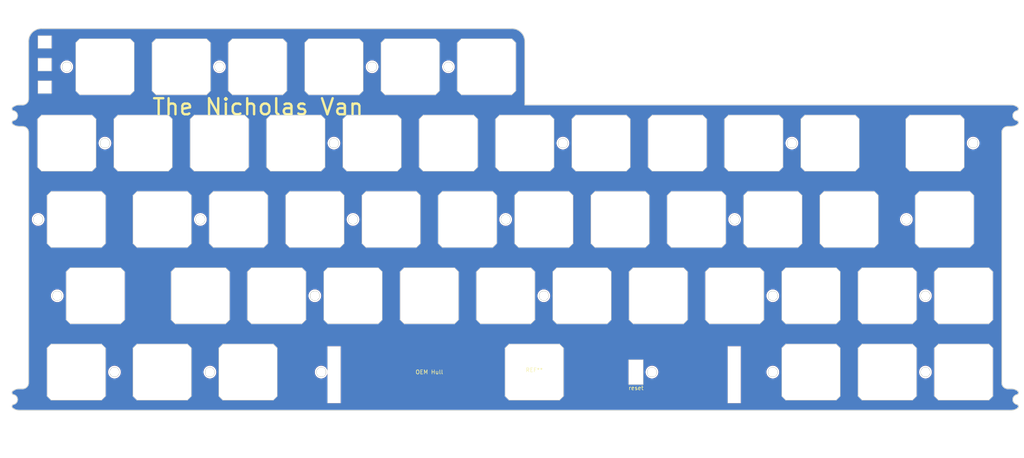
<source format=kicad_pcb>
(kicad_pcb (version 20221018) (generator pcbnew)
  (layers (0 "F.Cu" signal) (31 "B.Cu" signal) (34 "B.Paste" user) (35 "F.Paste" user) (36 "B.SilkS" user "B.Silkscreen") (37 "F.SilkS" user "F.Silkscreen") (38 "B.Mask" user) (39 "F.Mask" user) (44 "Edge.Cuts" user))
  (net 0 "")
  (net 1 "GND")
  (footprint "cipulot_parts:ecs_plate_cut_1U" (layer "F.Cu") (at 242.8875 115.8875)
    (fp_text reference "REF**")
    (fp_text value "Value " hide)
    (fp_line (start -7.3 -6) (end -7.3 6) (stroke (width 0.12)) (layer "Edge.Cuts"))
    (fp_line (start -7.3 6) (end -6.3 7) (stroke (width 0.12)) (layer "Edge.Cuts"))
    (fp_line (start -6.3 -7) (end -7.3 -6) (stroke (width 0.12)) (layer "Edge.Cuts"))
    (fp_line (start -6.3 7) (end 6.3 7) (stroke (width 0.12)) (layer "Edge.Cuts"))
    (fp_line (start 6.3 -7) (end -6.3 -7) (stroke (width 0.12)) (layer "Edge.Cuts"))
    (fp_line (start 6.3 -7) (end 7.3 -6) (stroke (width 0.12)) (layer "Edge.Cuts"))
    (fp_line (start 6.3 7) (end 7.3 6) (stroke (width 0.12)) (layer "Edge.Cuts"))
    (fp_line (start 7.3 6) (end 7.3 -6) (stroke (width 0.12)) (layer "Edge.Cuts"))
  )
  (footprint "cipulot_parts:ecs_plate_cut_1U" (layer "F.Cu") (at 45.24375 115.8875)
    (fp_text reference "REF**")
    (fp_text value "Value " hide)
    (fp_line (start -7.3 -6) (end -7.3 6) (stroke (width 0.12)) (layer "Edge.Cuts"))
    (fp_line (start -7.3 6) (end -6.3 7) (stroke (width 0.12)) (layer "Edge.Cuts"))
    (fp_line (start -6.3 -7) (end -7.3 -6) (stroke (width 0.12)) (layer "Edge.Cuts"))
    (fp_line (start -6.3 7) (end 6.3 7) (stroke (width 0.12)) (layer "Edge.Cuts"))
    (fp_line (start 6.3 -7) (end -6.3 -7) (stroke (width 0.12)) (layer "Edge.Cuts"))
    (fp_line (start 6.3 -7) (end 7.3 -6) (stroke (width 0.12)) (layer "Edge.Cuts"))
    (fp_line (start 6.3 7) (end 7.3 6) (stroke (width 0.12)) (layer "Edge.Cuts"))
    (fp_line (start 7.3 6) (end 7.3 -6) (stroke (width 0.12)) (layer "Edge.Cuts"))
  )
  (footprint "cipulot_parts:HOLE_M2" (layer "F.Cu") (at 161.925 77.7875)
    (fp_text reference "H7" hide)
    (fp_text value "MountingHole" hide)
    (pad "" np_thru_hole circle (at 0 0) (size 2.2 2.2) (drill 2.2) (layers "*.Cu" "*.Mask" "F.SilkS") (clearance 0.5))
  )
  (footprint "cipulot_parts:HOLE_M2" (layer "F.Cu") (at 73.81875 134.9375)
    (fp_text reference "H22" hide)
    (fp_text value "MountingHole" hide)
    (pad "" np_thru_hole circle (at 0 0) (size 2.2 2.2) (drill 2.2) (layers "*.Cu" "*.Mask" "F.SilkS") (clearance 0.5))
  )
  (footprint "cipulot_parts:ecs_plate_cut_1U" (layer "F.Cu") (at 190.5 77.7875)
    (fp_text reference "REF**")
    (fp_text value "Value " hide)
    (fp_line (start -7.3 -6) (end -7.3 6) (stroke (width 0.12)) (layer "Edge.Cuts"))
    (fp_line (start -7.3 6) (end -6.3 7) (stroke (width 0.12)) (layer "Edge.Cuts"))
    (fp_line (start -6.3 -7) (end -7.3 -6) (stroke (width 0.12)) (layer "Edge.Cuts"))
    (fp_line (start -6.3 7) (end 6.3 7) (stroke (width 0.12)) (layer "Edge.Cuts"))
    (fp_line (start 6.3 -7) (end -6.3 -7) (stroke (width 0.12)) (layer "Edge.Cuts"))
    (fp_line (start 6.3 -7) (end 7.3 -6) (stroke (width 0.12)) (layer "Edge.Cuts"))
    (fp_line (start 6.3 7) (end 7.3 6) (stroke (width 0.12)) (layer "Edge.Cuts"))
    (fp_line (start 7.3 6) (end 7.3 -6) (stroke (width 0.12)) (layer "Edge.Cuts"))
  )
  (footprint "cipulot_parts:ecs_plate_cut_1U" (layer "F.Cu") (at 261.9375 134.9375)
    (fp_text reference "REF**")
    (fp_text value "Value " hide)
    (fp_line (start -7.3 -6) (end -7.3 6) (stroke (width 0.12)) (layer "Edge.Cuts"))
    (fp_line (start -7.3 6) (end -6.3 7) (stroke (width 0.12)) (layer "Edge.Cuts"))
    (fp_line (start -6.3 -7) (end -7.3 -6) (stroke (width 0.12)) (layer "Edge.Cuts"))
    (fp_line (start -6.3 7) (end 6.3 7) (stroke (width 0.12)) (layer "Edge.Cuts"))
    (fp_line (start 6.3 -7) (end -6.3 -7) (stroke (width 0.12)) (layer "Edge.Cuts"))
    (fp_line (start 6.3 -7) (end 7.3 -6) (stroke (width 0.12)) (layer "Edge.Cuts"))
    (fp_line (start 6.3 7) (end 7.3 6) (stroke (width 0.12)) (layer "Edge.Cuts"))
    (fp_line (start 7.3 6) (end 7.3 -6) (stroke (width 0.12)) (layer "Edge.Cuts"))
  )
  (footprint "cipulot_parts:HOLE_M2" (layer "F.Cu") (at 252.4125 134.9375)
    (fp_text reference "H26" hide)
    (fp_text value "MountingHole" hide)
    (pad "" np_thru_hole circle (at 0 0) (size 2.2 2.2) (drill 2.2) (layers "*.Cu" "*.Mask" "F.SilkS") (clearance 0.5))
  )
  (footprint "cipulot_parts:HOLE_M2" (layer "F.Cu") (at 147.6375 96.8375)
    (fp_text reference "H13" hide)
    (fp_text value "MountingHole" hide)
    (pad "" np_thru_hole circle (at 0 0) (size 2.2 2.2) (drill 2.2) (layers "*.Cu" "*.Mask" "F.SilkS") (clearance 0.5))
  )
  (footprint "cipulot_parts:HOLE_M2" (layer "F.Cu") (at 219.075 77.7875)
    (fp_text reference "H8" hide)
    (fp_text value "MountingHole" hide)
    (pad "" np_thru_hole circle (at 0 0) (size 2.2 2.2) (drill 2.2) (layers "*.Cu" "*.Mask" "F.SilkS") (clearance 0.5))
  )
  (footprint "cipulot_parts:ecs_plate_cut_1U" (layer "F.Cu") (at 123.825 58.7375)
    (fp_text reference "REF**")
    (fp_text value "Value " hide)
    (fp_line (start -7.3 -6) (end -7.3 6) (stroke (width 0.12)) (layer "Edge.Cuts"))
    (fp_line (start -7.3 6) (end -6.3 7) (stroke (width 0.12)) (layer "Edge.Cuts"))
    (fp_line (start -6.3 -7) (end -7.3 -6) (stroke (width 0.12)) (layer "Edge.Cuts"))
    (fp_line (start -6.3 7) (end 6.3 7) (stroke (width 0.12)) (layer "Edge.Cuts"))
    (fp_line (start 6.3 -7) (end -6.3 -7) (stroke (width 0.12)) (layer "Edge.Cuts"))
    (fp_line (start 6.3 -7) (end 7.3 -6) (stroke (width 0.12)) (layer "Edge.Cuts"))
    (fp_line (start 6.3 7) (end 7.3 6) (stroke (width 0.12)) (layer "Edge.Cuts"))
    (fp_line (start 7.3 6) (end 7.3 -6) (stroke (width 0.12)) (layer "Edge.Cuts"))
  )
  (footprint "cipulot_parts:ecs_plate_cut_1U" (layer "F.Cu") (at 261.9375 115.8875)
    (fp_text reference "REF**")
    (fp_text value "Value " hide)
    (fp_line (start -7.3 -6) (end -7.3 6) (stroke (width 0.12)) (layer "Edge.Cuts"))
    (fp_line (start -7.3 6) (end -6.3 7) (stroke (width 0.12)) (layer "Edge.Cuts"))
    (fp_line (start -6.3 -7) (end -7.3 -6) (stroke (width 0.12)) (layer "Edge.Cuts"))
    (fp_line (start -6.3 7) (end 6.3 7) (stroke (width 0.12)) (layer "Edge.Cuts"))
    (fp_line (start 6.3 -7) (end -6.3 -7) (stroke (width 0.12)) (layer "Edge.Cuts"))
    (fp_line (start 6.3 -7) (end 7.3 -6) (stroke (width 0.12)) (layer "Edge.Cuts"))
    (fp_line (start 6.3 7) (end 7.3 6) (stroke (width 0.12)) (layer "Edge.Cuts"))
    (fp_line (start 7.3 6) (end 7.3 -6) (stroke (width 0.12)) (layer "Edge.Cuts"))
  )
  (footprint "cipulot_parts:ecs_plate_cut_1U" (layer "F.Cu") (at 85.725 58.7375)
    (fp_text reference "REF**")
    (fp_text value "Value " hide)
    (fp_line (start -7.3 -6) (end -7.3 6) (stroke (width 0.12)) (layer "Edge.Cuts"))
    (fp_line (start -7.3 6) (end -6.3 7) (stroke (width 0.12)) (layer "Edge.Cuts"))
    (fp_line (start -6.3 -7) (end -7.3 -6) (stroke (width 0.12)) (layer "Edge.Cuts"))
    (fp_line (start -6.3 7) (end 6.3 7) (stroke (width 0.12)) (layer "Edge.Cuts"))
    (fp_line (start 6.3 -7) (end -6.3 -7) (stroke (width 0.12)) (layer "Edge.Cuts"))
    (fp_line (start 6.3 -7) (end 7.3 -6) (stroke (width 0.12)) (layer "Edge.Cuts"))
    (fp_line (start 6.3 7) (end 7.3 6) (stroke (width 0.12)) (layer "Edge.Cuts"))
    (fp_line (start 7.3 6) (end 7.3 -6) (stroke (width 0.12)) (layer "Edge.Cuts"))
  )
  (footprint "cipulot_parts:ecs_plate_cut_1U" (layer "F.Cu") (at 223.8375 115.8875)
    (fp_text reference "REF**")
    (fp_text value "Value " hide)
    (fp_line (start -7.3 -6) (end -7.3 6) (stroke (width 0.12)) (layer "Edge.Cuts"))
    (fp_line (start -7.3 6) (end -6.3 7) (stroke (width 0.12)) (layer "Edge.Cuts"))
    (fp_line (start -6.3 -7) (end -7.3 -6) (stroke (width 0.12)) (layer "Edge.Cuts"))
    (fp_line (start -6.3 7) (end 6.3 7) (stroke (width 0.12)) (layer "Edge.Cuts"))
    (fp_line (start 6.3 -7) (end -6.3 -7) (stroke (width 0.12)) (layer "Edge.Cuts"))
    (fp_line (start 6.3 -7) (end 7.3 -6) (stroke (width 0.12)) (layer "Edge.Cuts"))
    (fp_line (start 6.3 7) (end 7.3 6) (stroke (width 0.12)) (layer "Edge.Cuts"))
    (fp_line (start 7.3 6) (end 7.3 -6) (stroke (width 0.12)) (layer "Edge.Cuts"))
  )
  (footprint "cipulot_parts:HOLE_M2" (layer "F.Cu") (at 214.3125 115.8875)
    (fp_text reference "H19" hide)
    (fp_text value "MountingHole" hide)
    (pad "" np_thru_hole circle (at 0 0) (size 2.2 2.2) (drill 2.2) (layers "*.Cu" "*.Mask" "F.SilkS") (clearance 0.5))
  )
  (footprint "cipulot_parts:HOLE_M2" (layer "F.Cu") (at 114.3 58.7375)
    (fp_text reference "H3" hide)
    (fp_text value "MountingHole" hide)
    (pad "" np_thru_hole circle (at 0 0) (size 2.2 2.2) (drill 2.2) (layers "*.Cu" "*.Mask" "F.SilkS") (clearance 0.5))
  )
  (footprint "cipulot_parts:HOLE_M2" (layer "F.Cu") (at 157.1625 115.8875)
    (fp_text reference "H18" hide)
    (fp_text value "MountingHole" hide)
    (pad "" np_thru_hole circle (at 0 0) (size 2.2 2.2) (drill 2.2) (layers "*.Cu" "*.Mask" "F.SilkS") (clearance 0.5))
  )
  (footprint "cipulot_parts:HOLE_M2" (layer "F.Cu") (at 35.71875 115.8875)
    (fp_text reference "H16" hide)
    (fp_text value "MountingHole" hide)
    (pad "" np_thru_hole circle (at 0 0) (size 2.2 2.2) (drill 2.2) (layers "*.Cu" "*.Mask" "F.SilkS") (clearance 0.5))
  )
  (footprint "cipulot_parts:HOLE_M2" (layer "F.Cu") (at 214.3125 134.9375)
    (fp_text reference "H25" hide)
    (fp_text value "MountingHole" hide)
    (pad "" np_thru_hole circle (at 0 0) (size 2.2 2.2) (drill 2.2) (layers "*.Cu" "*.Mask" "F.SilkS") (clearance 0.5))
  )
  (footprint "cipulot_parts:costar_stab_625u" (layer "F.Cu") (at 154.78125 134.9375)
    (fp_text reference "REF**" (at 0 -0.5 unlocked) (layer "F.SilkS") (effects (font (thickness 0.1))))
    (fp_text value "costar_stab_6.25u")
    (fp_line (start -51.617505 -6.45005) (end -48.318495 -6.45005) (stroke (width 0.05)) (layer "Edge.Cuts"))
    (fp_line (start -51.617505 7.74925) (end -51.617505 -6.45005) (stroke (width 0.05)) (layer "Edge.Cuts"))
    (fp_line (start -48.318495 -6.45005) (end -48.318495 7.74925) (stroke (width 0.05)) (layer "Edge.Cuts"))
    (fp_line (start -48.318495 7.74925) (end -51.617505 7.74925) (stroke (width 0.05)) (layer "Edge.Cuts"))
    (fp_line (start 48.2478 -6.45005) (end 51.5482 -6.45005) (stroke (width 0.05)) (layer "Edge.Cuts"))
    (fp_line (start 48.2478 7.74925) (end 48.2478 -6.45005) (stroke (width 0.05)) (layer "Edge.Cuts"))
    (fp_line (start 51.5482 -6.45005) (end 51.5482 7.74925) (stroke (width 0.05)) (layer "Edge.Cuts"))
    (fp_line (start 51.5482 7.74925) (end 48.2478 7.74925) (stroke (width 0.05)) (layer "Edge.Cuts"))
  )
  (footprint "cipulot_parts:HOLE_M2" (layer "F.Cu") (at 184.15 134.9375)
    (fp_text reference "H24" hide)
    (fp_text value "MountingHole" hide)
    (pad "" np_thru_hole circle (at 0 0) (size 2.2 2.2) (drill 2.2) (layers "*.Cu" "*.Mask" "F.SilkS") (clearance 0.5))
  )
  (footprint "cipulot_parts:HOLE_M2" (layer "F.Cu") (at 38.1 58.7375)
    (fp_text reference "H1" hide)
    (fp_text value "MountingHole" hide)
    (pad "" np_thru_hole circle (at 0 0) (size 2.2 2.2) (drill 2.2) (layers "*.Cu" "*.Mask" "F.SilkS") (clearance 0.5))
  )
  (footprint "cipulot_parts:ecs_plate_cut_1U" (layer "F.Cu") (at 233.3625 96.8375)
    (fp_text reference "REF**")
    (fp_text value "Value " hide)
    (fp_line (start -7.3 -6) (end -7.3 6) (stroke (width 0.12)) (layer "Edge.Cuts"))
    (fp_line (start -7.3 6) (end -6.3 7) (stroke (width 0.12)) (layer "Edge.Cuts"))
    (fp_line (start -6.3 -7) (end -7.3 -6) (stroke (width 0.12)) (layer "Edge.Cuts"))
    (fp_line (start -6.3 7) (end 6.3 7) (stroke (width 0.12)) (layer "Edge.Cuts"))
    (fp_line (start 6.3 -7) (end -6.3 -7) (stroke (width 0.12)) (layer "Edge.Cuts"))
    (fp_line (start 6.3 -7) (end 7.3 -6) (stroke (width 0.12)) (layer "Edge.Cuts"))
    (fp_line (start 6.3 7) (end 7.3 6) (stroke (width 0.12)) (layer "Edge.Cuts"))
    (fp_line (start 7.3 6) (end 7.3 -6) (stroke (width 0.12)) (layer "Edge.Cuts"))
  )
  (footprint "cipulot_parts:ecs_plate_cut_1U" (layer "F.Cu") (at 61.9125 96.8375)
    (fp_text reference "REF**")
    (fp_text value "Value " hide)
    (fp_line (start -7.3 -6) (end -7.3 6) (stroke (width 0.12)) (layer "Edge.Cuts"))
    (fp_line (start -7.3 6) (end -6.3 7) (stroke (width 0.12)) (layer "Edge.Cuts"))
    (fp_line (start -6.3 -7) (end -7.3 -6) (stroke (width 0.12)) (layer "Edge.Cuts"))
    (fp_line (start -6.3 7) (end 6.3 7) (stroke (width 0.12)) (layer "Edge.Cuts"))
    (fp_line (start 6.3 -7) (end -6.3 -7) (stroke (width 0.12)) (layer "Edge.Cuts"))
    (fp_line (start 6.3 -7) (end 7.3 -6) (stroke (width 0.12)) (layer "Edge.Cuts"))
    (fp_line (start 6.3 7) (end 7.3 6) (stroke (width 0.12)) (layer "Edge.Cuts"))
    (fp_line (start 7.3 6) (end 7.3 -6) (stroke (width 0.12)) (layer "Edge.Cuts"))
  )
  (footprint "cipulot_parts:HOLE_M2" (layer "F.Cu") (at 252.4125 115.8875)
    (fp_text reference "H20" hide)
    (fp_text value "MountingHole" hide)
    (pad "" np_thru_hole circle (at 0 0) (size 2.2 2.2) (drill 2.2) (layers "*.Cu" "*.Mask" "F.SilkS") (clearance 0.5))
  )
  (footprint "cipulot_parts:HOLE_M2" (layer "F.Cu") (at 100.0125 115.8875)
    (fp_text reference "H17" hide)
    (fp_text value "MountingHole" hide)
    (pad "" np_thru_hole circle (at 0 0) (size 2.2 2.2) (drill 2.2) (layers "*.Cu" "*.Mask" "F.SilkS") (clearance 0.5))
  )
  (footprint "cipulot_parts:HOLE_M2" (layer "F.Cu") (at 264.31875 77.7875)
    (fp_text reference "H9" hide)
    (fp_text value "MountingHole" hide)
    (pad "" np_thru_hole circle (at 0 0) (size 2.2 2.2) (drill 2.2) (layers "*.Cu" "*.Mask" "F.SilkS") (clearance 0.5))
  )
  (footprint "cipulot_parts:ecs_plate_cut_1U" (layer "F.Cu") (at 242.8875 134.9375)
    (fp_text reference "REF**")
    (fp_text value "Value " hide)
    (fp_line (start -7.3 -6) (end -7.3 6) (stroke (width 0.12)) (layer "Edge.Cuts"))
    (fp_line (start -7.3 6) (end -6.3 7) (stroke (width 0.12)) (layer "Edge.Cuts"))
    (fp_line (start -6.3 -7) (end -7.3 -6) (stroke (width 0.12)) (layer "Edge.Cuts"))
    (fp_line (start -6.3 7) (end 6.3 7) (stroke (width 0.12)) (layer "Edge.Cuts"))
    (fp_line (start 6.3 -7) (end -6.3 -7) (stroke (width 0.12)) (layer "Edge.Cuts"))
    (fp_line (start 6.3 -7) (end 7.3 -6) (stroke (width 0.12)) (layer "Edge.Cuts"))
    (fp_line (start 6.3 7) (end 7.3 6) (stroke (width 0.12)) (layer "Edge.Cuts"))
    (fp_line (start 7.3 6) (end 7.3 -6) (stroke (width 0.12)) (layer "Edge.Cuts"))
  )
  (footprint "cipulot_parts:HOLE_M2" (layer "F.Cu") (at 71.4375 96.8375)
    (fp_text reference "H11" hide)
    (fp_text value "MountingHole" hide)
    (pad "" np_thru_hole circle (at 0 0) (size 2.2 2.2) (drill 2.2) (layers "*.Cu" "*.Mask" "F.SilkS") (clearance 0.5))
  )
  (footprint "cipulot_parts:ecs_plate_cut_1U" (layer "F.Cu") (at 95.25 77.7875)
    (fp_text reference "REF**")
    (fp_text value "Value " hide)
    (fp_line (start -7.3 -6) (end -7.3 6) (stroke (width 0.12)) (layer "Edge.Cuts"))
    (fp_line (start -7.3 6) (end -6.3 7) (stroke (width 0.12)) (layer "Edge.Cuts"))
    (fp_line (start -6.3 -7) (end -7.3 -6) (stroke (width 0.12)) (layer "Edge.Cuts"))
    (fp_line (start -6.3 7) (end 6.3 7) (stroke (width 0.12)) (layer "Edge.Cuts"))
    (fp_line (start 6.3 -7) (end -6.3 -7) (stroke (width 0.12)) (layer "Edge.Cuts"))
    (fp_line (start 6.3 -7) (end 7.3 -6) (stroke (width 0.12)) (layer "Edge.Cuts"))
    (fp_line (start 6.3 7) (end 7.3 6) (stroke (width 0.12)) (layer "Edge.Cuts"))
    (fp_line (start 7.3 6) (end 7.3 -6) (stroke (width 0.12)) (layer "Edge.Cuts"))
  )
  (footprint "cipulot_parts:HOLE_M2" (layer "F.Cu") (at 76.2 58.7375)
    (fp_text reference "H2" hide)
    (fp_text value "MountingHole" hide)
    (pad "" np_thru_hole circle (at 0 0) (size 2.2 2.2) (drill 2.2) (layers "*.Cu" "*.Mask" "F.SilkS") (clearance 0.5))
  )
  (footprint "cipulot_parts:ecs_plate_cut_1U" (layer "F.Cu") (at 157.1625 96.8375)
    (fp_text reference "REF**")
    (fp_text value "Value " hide)
    (fp_line (start -7.3 -6) (end -7.3 6) (stroke (width 0.12)) (layer "Edge.Cuts"))
    (fp_line (start -7.3 6) (end -6.3 7) (stroke (width 0.12)) (layer "Edge.Cuts"))
    (fp_line (start -6.3 -7) (end -7.3 -6) (stroke (width 0.12)) (layer "Edge.Cuts"))
    (fp_line (start -6.3 7) (end 6.3 7) (stroke (width 0.12)) (layer "Edge.Cuts"))
    (fp_line (start 6.3 -7) (end -6.3 -7) (stroke (width 0.12)) (layer "Edge.Cuts"))
    (fp_line (start 6.3 -7) (end 7.3 -6) (stroke (width 0.12)) (layer "Edge.Cuts"))
    (fp_line (start 6.3 7) (end 7.3 6) (stroke (width 0.12)) (layer "Edge.Cuts"))
    (fp_line (start 7.3 6) (end 7.3 -6) (stroke (width 0.12)) (layer "Edge.Cuts"))
  )
  (footprint "cipulot_parts:ecs_plate_cut_1U" (layer "F.Cu") (at 109.5375 115.8875)
    (fp_text reference "REF**")
    (fp_text value "Value " hide)
    (fp_line (start -7.3 -6) (end -7.3 6) (stroke (width 0.12)) (layer "Edge.Cuts"))
    (fp_line (start -7.3 6) (end -6.3 7) (stroke (width 0.12)) (layer "Edge.Cuts"))
    (fp_line (start -6.3 -7) (end -7.3 -6) (stroke (width 0.12)) (layer "Edge.Cuts"))
    (fp_line (start -6.3 7) (end 6.3 7) (stroke (width 0.12)) (layer "Edge.Cuts"))
    (fp_line (start 6.3 -7) (end -6.3 -7) (stroke (width 0.12)) (layer "Edge.Cuts"))
    (fp_line (start 6.3 -7) (end 7.3 -6) (stroke (width 0.12)) (layer "Edge.Cuts"))
    (fp_line (start 6.3 7) (end 7.3 6) (stroke (width 0.12)) (layer "Edge.Cuts"))
    (fp_line (start 7.3 6) (end 7.3 -6) (stroke (width 0.12)) (layer "Edge.Cuts"))
  )
  (footprint "cipulot_parts:ecs_plate_cut_1U" (layer "F.Cu") (at 176.2125 96.8375)
    (fp_text reference "REF**")
    (fp_text value "Value " hide)
    (fp_line (start -7.3 -6) (end -7.3 6) (stroke (width 0.12)) (layer "Edge.Cuts"))
    (fp_line (start -7.3 6) (end -6.3 7) (stroke (width 0.12)) (layer "Edge.Cuts"))
    (fp_line (start -6.3 -7) (end -7.3 -6) (stroke (width 0.12)) (layer "Edge.Cuts"))
    (fp_line (start -6.3 7) (end 6.3 7) (stroke (width 0.12)) (layer "Edge.Cuts"))
    (fp_line (start 6.3 -7) (end -6.3 -7) (stroke (width 0.12)) (layer "Edge.Cuts"))
    (fp_line (start 6.3 -7) (end 7.3 -6) (stroke (width 0.12)) (layer "Edge.Cuts"))
    (fp_line (start 6.3 7) (end 7.3 6) (stroke (width 0.12)) (layer "Edge.Cuts"))
    (fp_line (start 7.3 6) (end 7.3 -6) (stroke (width 0.12)) (layer "Edge.Cuts"))
  )
  (footprint "cipulot_parts:ecs_plate_cut_1U" (layer "F.Cu") (at 76.2 77.7875)
    (fp_text reference "REF**")
    (fp_text value "Value " hide)
    (fp_line (start -7.3 -6) (end -7.3 6) (stroke (width 0.12)) (layer "Edge.Cuts"))
    (fp_line (start -7.3 6) (end -6.3 7) (stroke (width 0.12)) (layer "Edge.Cuts"))
    (fp_line (start -6.3 -7) (end -7.3 -6) (stroke (width 0.12)) (layer "Edge.Cuts"))
    (fp_line (start -6.3 7) (end 6.3 7) (stroke (width 0.12)) (layer "Edge.Cuts"))
    (fp_line (start 6.3 -7) (end -6.3 -7) (stroke (width 0.12)) (layer "Edge.Cuts"))
    (fp_line (start 6.3 -7) (end 7.3 -6) (stroke (width 0.12)) (layer "Edge.Cuts"))
    (fp_line (start 6.3 7) (end 7.3 6) (stroke (width 0.12)) (layer "Edge.Cuts"))
    (fp_line (start 7.3 6) (end 7.3 -6) (stroke (width 0.12)) (layer "Edge.Cuts"))
  )
  (footprint "cipulot_parts:ecs_plate_cut_1U" (layer "F.Cu") (at 66.675 58.7375)
    (fp_text reference "REF**")
    (fp_text value "Value " hide)
    (fp_line (start -7.3 -6) (end -7.3 6) (stroke (width 0.12)) (layer "Edge.Cuts"))
    (fp_line (start -7.3 6) (end -6.3 7) (stroke (width 0.12)) (layer "Edge.Cuts"))
    (fp_line (start -6.3 -7) (end -7.3 -6) (stroke (width 0.12)) (layer "Edge.Cuts"))
    (fp_line (start -6.3 7) (end 6.3 7) (stroke (width 0.12)) (layer "Edge.Cuts"))
    (fp_line (start 6.3 -7) (end -6.3 -7) (stroke (width 0.12)) (layer "Edge.Cuts"))
    (fp_line (start 6.3 -7) (end 7.3 -6) (stroke (width 0.12)) (layer "Edge.Cuts"))
    (fp_line (start 6.3 7) (end 7.3 6) (stroke (width 0.12)) (layer "Edge.Cuts"))
    (fp_line (start 7.3 6) (end 7.3 -6) (stroke (width 0.12)) (layer "Edge.Cuts"))
  )
  (footprint "cipulot_parts:ecs_plate_cut_1U" (layer "F.Cu") (at 128.5875 115.8875)
    (fp_text reference "REF**")
    (fp_text value "Value " hide)
    (fp_line (start -7.3 -6) (end -7.3 6) (stroke (width 0.12)) (layer "Edge.Cuts"))
    (fp_line (start -7.3 6) (end -6.3 7) (stroke (width 0.12)) (layer "Edge.Cuts"))
    (fp_line (start -6.3 -7) (end -7.3 -6) (stroke (width 0.12)) (layer "Edge.Cuts"))
    (fp_line (start -6.3 7) (end 6.3 7) (stroke (width 0.12)) (layer "Edge.Cuts"))
    (fp_line (start 6.3 -7) (end -6.3 -7) (stroke (width 0.12)) (layer "Edge.Cuts"))
    (fp_line (start 6.3 -7) (end 7.3 -6) (stroke (width 0.12)) (layer "Edge.Cuts"))
    (fp_line (start 6.3 7) (end 7.3 6) (stroke (width 0.12)) (layer "Edge.Cuts"))
    (fp_line (start 7.3 6) (end 7.3 -6) (stroke (width 0.12)) (layer "Edge.Cuts"))
  )
  (footprint "cipulot_parts:ecs_plate_cut_1U" (layer "F.Cu") (at 40.48125 134.9375)
    (fp_text reference "REF**")
    (fp_text value "Value " hide)
    (fp_line (start -7.3 -6) (end -7.3 6) (stroke (width 0.12)) (layer "Edge.Cuts"))
    (fp_line (start -7.3 6) (end -6.3 7) (stroke (width 0.12)) (layer "Edge.Cuts"))
    (fp_line (start -6.3 -7) (end -7.3 -6) (stroke (width 0.12)) (layer "Edge.Cuts"))
    (fp_line (start -6.3 7) (end 6.3 7) (stroke (width 0.12)) (layer "Edge.Cuts"))
    (fp_line (start 6.3 -7) (end -6.3 -7) (stroke (width 0.12)) (layer "Edge.Cuts"))
    (fp_line (start 6.3 -7) (end 7.3 -6) (stroke (width 0.12)) (layer "Edge.Cuts"))
    (fp_line (start 6.3 7) (end 7.3 6) (stroke (width 0.12)) (layer "Edge.Cuts"))
    (fp_line (start 7.3 6) (end 7.3 -6) (stroke (width 0.12)) (layer "Edge.Cuts"))
  )
  (footprint "cipulot_parts:HOLE_M2" (layer "F.Cu") (at 30.95625 96.8375)
    (fp_text reference "H10" hide)
    (fp_text value "MountingHole" hide)
    (pad "" np_thru_hole circle (at 0 0) (size 2.2 2.2) (drill 2.2) (layers "*.Cu" "*.Mask" "F.SilkS") (clearance 0.5))
  )
  (footprint "cipulot_parts:ecs_plate_cut_1U" (layer "F.Cu") (at 57.15 77.7875)
    (fp_text reference "REF**")
    (fp_text value "Value " hide)
    (fp_line (start -7.3 -6) (end -7.3 6) (stroke (width 0.12)) (layer "Edge.Cuts"))
    (fp_line (start -7.3 6) (end -6.3 7) (stroke (width 0.12)) (layer "Edge.Cuts"))
    (fp_line (start -6.3 -7) (end -7.3 -6) (stroke (width 0.12)) (layer "Edge.Cuts"))
    (fp_line (start -6.3 7) (end 6.3 7) (stroke (width 0.12)) (layer "Edge.Cuts"))
    (fp_line (start 6.3 -7) (end -6.3 -7) (stroke (width 0.12)) (layer "Edge.Cuts"))
    (fp_line (start 6.3 -7) (end 7.3 -6) (stroke (width 0.12)) (layer "Edge.Cuts"))
    (fp_line (start 6.3 7) (end 7.3 6) (stroke (width 0.12)) (layer "Edge.Cuts"))
    (fp_line (start 7.3 6) (end 7.3 -6) (stroke (width 0.12)) (layer "Edge.Cuts"))
  )
  (footprint "cipulot_parts:ecs_plate_cut_1U" (layer "F.Cu") (at 47.625 58.7375)
    (fp_text reference "REF**")
    (fp_text value "Value " hide)
    (fp_line (start -7.3 -6) (end -7.3 6) (stroke (width 0.12)) (layer "Edge.Cuts"))
    (fp_line (start -7.3 6) (end -6.3 7) (stroke (width 0.12)) (layer "Edge.Cuts"))
    (fp_line (start -6.3 -7) (end -7.3 -6) (stroke (width 0.12)) (layer "Edge.Cuts"))
    (fp_line (start -6.3 7) (end 6.3 7) (stroke (width 0.12)) (layer "Edge.Cuts"))
    (fp_line (start 6.3 -7) (end -6.3 -7) (stroke (width 0.12)) (layer "Edge.Cuts"))
    (fp_line (start 6.3 -7) (end 7.3 -6) (stroke (width 0.12)) (layer "Edge.Cuts"))
    (fp_line (start 6.3 7) (end 7.3 6) (stroke (width 0.12)) (layer "Edge.Cuts"))
    (fp_line (start 7.3 6) (end 7.3 -6) (stroke (width 0.12)) (layer "Edge.Cuts"))
  )
  (footprint "cipulot_parts:ecs_plate_cut_1U" (layer "F.Cu") (at 154.78125 134.9375)
    (fp_text reference "REF**")
    (fp_text value "Value " hide)
    (fp_line (start -7.3 -6) (end -7.3 6) (stroke (width 0.12)) (layer "Edge.Cuts"))
    (fp_line (start -7.3 6) (end -6.3 7) (stroke (width 0.12)) (layer "Edge.Cuts"))
    (fp_line (start -6.3 -7) (end -7.3 -6) (stroke (width 0.12)) (layer "Edge.Cuts"))
    (fp_line (start -6.3 7) (end 6.3 7) (stroke (width 0.12)) (layer "Edge.Cuts"))
    (fp_line (start 6.3 -7) (end -6.3 -7) (stroke (width 0.12)) (layer "Edge.Cuts"))
    (fp_line (start 6.3 -7) (end 7.3 -6) (stroke (width 0.12)) (layer "Edge.Cuts"))
    (fp_line (start 6.3 7) (end 7.3 6) (stroke (width 0.12)) (layer "Edge.Cuts"))
    (fp_line (start 7.3 6) (end 7.3 -6) (stroke (width 0.12)) (layer "Edge.Cuts"))
  )
  (footprint "cipulot_parts:ecs_plate_cut_1U" (layer "F.Cu") (at 40.48125 96.8375)
    (fp_text reference "REF**")
    (fp_text value "Value " hide)
    (fp_line (start -7.3 -6) (end -7.3 6) (stroke (width 0.12)) (layer "Edge.Cuts"))
    (fp_line (start -7.3 6) (end -6.3 7) (stroke (width 0.12)) (layer "Edge.Cuts"))
    (fp_line (start -6.3 -7) (end -7.3 -6) (stroke (width 0.12)) (layer "Edge.Cuts"))
    (fp_line (start -6.3 7) (end 6.3 7) (stroke (width 0.12)) (layer "Edge.Cuts"))
    (fp_line (start 6.3 -7) (end -6.3 -7) (stroke (width 0.12)) (layer "Edge.Cuts"))
    (fp_line (start 6.3 -7) (end 7.3 -6) (stroke (width 0.12)) (layer "Edge.Cuts"))
    (fp_line (start 6.3 7) (end 7.3 6) (stroke (width 0.12)) (layer "Edge.Cuts"))
    (fp_line (start 7.3 6) (end 7.3 -6) (stroke (width 0.12)) (layer "Edge.Cuts"))
  )
  (footprint "cipulot_parts:ecs_plate_cut_1U" (layer "F.Cu") (at 171.45 77.7875)
    (fp_text reference "REF**")
    (fp_text value "Value " hide)
    (fp_line (start -7.3 -6) (end -7.3 6) (stroke (width 0.12)) (layer "Edge.Cuts"))
    (fp_line (start -7.3 6) (end -6.3 7) (stroke (width 0.12)) (layer "Edge.Cuts"))
    (fp_line (start -6.3 -7) (end -7.3 -6) (stroke (width 0.12)) (layer "Edge.Cuts"))
    (fp_line (start -6.3 7) (end 6.3 7) (stroke (width 0.12)) (layer "Edge.Cuts"))
    (fp_line (start 6.3 -7) (end -6.3 -7) (stroke (width 0.12)) (layer "Edge.Cuts"))
    (fp_line (start 6.3 -7) (end 7.3 -6) (stroke (width 0.12)) (layer "Edge.Cuts"))
    (fp_line (start 6.3 7) (end 7.3 6) (stroke (width 0.12)) (layer "Edge.Cuts"))
    (fp_line (start 7.3 6) (end 7.3 -6) (stroke (width 0.12)) (layer "Edge.Cuts"))
  )
  (footprint "cipulot_parts:ecs_plate_cut_1U" (layer "F.Cu") (at 100.0125 96.8375)
    (fp_text reference "REF**")
    (fp_text value "Value " hide)
    (fp_line (start -7.3 -6) (end -7.3 6) (stroke (width 0.12)) (layer "Edge.Cuts"))
    (fp_line (start -7.3 6) (end -6.3 7) (stroke (width 0.12)) (layer "Edge.Cuts"))
    (fp_line (start -6.3 -7) (end -7.3 -6) (stroke (width 0.12)) (layer "Edge.Cuts"))
    (fp_line (start -6.3 7) (end 6.3 7) (stroke (width 0.12)) (layer "Edge.Cuts"))
    (fp_line (start 6.3 -7) (end -6.3 -7) (stroke (width 0.12)) (layer "Edge.Cuts"))
    (fp_line (start 6.3 -7) (end 7.3 -6) (stroke (width 0.12)) (layer "Edge.Cuts"))
    (fp_line (start 6.3 7) (end 7.3 6) (stroke (width 0.12)) (layer "Edge.Cuts"))
    (fp_line (start 7.3 6) (end 7.3 -6) (stroke (width 0.12)) (layer "Edge.Cuts"))
  )
  (footprint "cipulot_parts:HOLE_M2" (layer "F.Cu") (at 204.7875 96.8375)
    (fp_text reference "H14" hide)
    (fp_text value "MountingHole" hide)
    (pad "" np_thru_hole circle (at 0 0) (size 2.2 2.2) (drill 2.2) (layers "*.Cu" "*.Mask" "F.SilkS") (clearance 0.5))
  )
  (footprint "cipulot_parts:ecs_plate_cut_1U" (layer "F.Cu") (at 114.3 77.7875)
    (fp_text reference "REF**")
    (fp_text value "Value " hide)
    (fp_line (start -7.3 -6) (end -7.3 6) (stroke (width 0.12)) (layer "Edge.Cuts"))
    (fp_line (start -7.3 6) (end -6.3 7) (stroke (width 0.12)) (layer "Edge.Cuts"))
    (fp_line (start -6.3 -7) (end -7.3 -6) (stroke (width 0.12)) (layer "Edge.Cuts"))
    (fp_line (start -6.3 7) (end 6.3 7) (stroke (width 0.12)) (layer "Edge.Cuts"))
    (fp_line (start 6.3 -7) (end -6.3 -7) (stroke (width 0.12)) (layer "Edge.Cuts"))
    (fp_line (start 6.3 -7) (end 7.3 -6) (stroke (width 0.12)) (layer "Edge.Cuts"))
    (fp_line (start 6.3 7) (end 7.3 6) (stroke (width 0.12)) (layer "Edge.Cuts"))
    (fp_line (start 7.3 6) (end 7.3 -6) (stroke (width 0.12)) (layer "Edge.Cuts"))
  )
  (footprint "cipulot_parts:ecs_plate_cut_1U" (layer "F.Cu") (at 204.7875 115.8875)
    (fp_text reference "REF**")
    (fp_text value "Value " hide)
    (fp_line (start -7.3 -6) (end -7.3 6) (stroke (width 0.12)) (layer "Edge.Cuts"))
    (fp_line (start -7.3 6) (end -6.3 7) (stroke (width 0.12)) (layer "Edge.Cuts"))
    (fp_line (start -6.3 -7) (end -7.3 -6) (stroke (width 0.12)) (layer "Edge.Cuts"))
    (fp_line (start -6.3 7) (end 6.3 7) (stroke (width 0.12)) (layer "Edge.Cuts"))
    (fp_line (start 6.3 -7) (end -6.3 -7) (stroke (width 0.12)) (layer "Edge.Cuts"))
    (fp_line (start 6.3 -7) (end 7.3 -6) (stroke (width 0.12)) (layer "Edge.Cuts"))
    (fp_line (start 6.3 7) (end 7.3 6) (stroke (width 0.12)) (layer "Edge.Cuts"))
    (fp_line (start 7.3 6) (end 7.3 -6) (stroke (width 0.12)) (layer "Edge.Cuts"))
  )
  (footprint "cipulot_parts:ecs_plate_cut_1U" (layer "F.Cu") (at 80.9625 96.8375)
    (fp_text reference "REF**")
    (fp_text value "Value " hide)
    (fp_line (start -7.3 -6) (end -7.3 6) (stroke (width 0.12)) (layer "Edge.Cuts"))
    (fp_line (start -7.3 6) (end -6.3 7) (stroke (width 0.12)) (layer "Edge.Cuts"))
    (fp_line (start -6.3 -7) (end -7.3 -6) (stroke (width 0.12)) (layer "Edge.Cuts"))
    (fp_line (start -6.3 7) (end 6.3 7) (stroke (width 0.12)) (layer "Edge.Cuts"))
    (fp_line (start 6.3 -7) (end -6.3 -7) (stroke (width 0.12)) (layer "Edge.Cuts"))
    (fp_line (start 6.3 -7) (end 7.3 -6) (stroke (width 0.12)) (layer "Edge.Cuts"))
    (fp_line (start 6.3 7) (end 7.3 6) (stroke (width 0.12)) (layer "Edge.Cuts"))
    (fp_line (start 7.3 6) (end 7.3 -6) (stroke (width 0.12)) (layer "Edge.Cuts"))
  )
  (footprint "cipulot_parts:ecs_plate_cut_1U" (layer "F.Cu") (at 83.34375 134.9375)
    (fp_text reference "REF**")
    (fp_text value "Value " hide)
    (fp_line (start -7.3 -6) (end -7.3 6) (stroke (width 0.12)) (layer "Edge.Cuts"))
    (fp_line (start -7.3 6) (end -6.3 7) (stroke (width 0.12)) (layer "Edge.Cuts"))
    (fp_line (start -6.3 -7) (end -7.3 -6) (stroke (width 0.12)) (layer "Edge.Cuts"))
    (fp_line (start -6.3 7) (end 6.3 7) (stroke (width 0.12)) (layer "Edge.Cuts"))
    (fp_line (start 6.3 -7) (end -6.3 -7) (stroke (width 0.12)) (layer "Edge.Cuts"))
    (fp_line (start 6.3 -7) (end 7.3 -6) (stroke (width 0.12)) (layer "Edge.Cuts"))
    (fp_line (start 6.3 7) (end 7.3 6) (stroke (width 0.12)) (layer "Edge.Cuts"))
    (fp_line (start 7.3 6) (end 7.3 -6) (stroke (width 0.12)) (layer "Edge.Cuts"))
  )
  (footprint "cipulot_parts:ecs_plate_cut_1U" (layer "F.Cu") (at 214.3125 96.8375)
    (fp_text reference "REF**")
    (fp_text value "Value " hide)
    (fp_line (start -7.3 -6) (end -7.3 6) (stroke (width 0.12)) (layer "Edge.Cuts"))
    (fp_line (start -7.3 6) (end -6.3 7) (stroke (width 0.12)) (layer "Edge.Cuts"))
    (fp_line (start -6.3 -7) (end -7.3 -6) (stroke (width 0.12)) (layer "Edge.Cuts"))
    (fp_line (start -6.3 7) (end 6.3 7) (stroke (width 0.12)) (layer "Edge.Cuts"))
    (fp_line (start 6.3 -7) (end -6.3 -7) (stroke (width 0.12)) (layer "Edge.Cuts"))
    (fp_line (start 6.3 -7) (end 7.3 -6) (stroke (width 0.12)) (layer "Edge.Cuts"))
    (fp_line (start 6.3 7) (end 7.3 6) (stroke (width 0.12)) (layer "Edge.Cuts"))
    (fp_line (start 7.3 6) (end 7.3 -6) (stroke (width 0.12)) (layer "Edge.Cuts"))
  )
  (footprint "cipulot_parts:ecs_plate_cut_1U" (layer "F.Cu") (at 38.1 77.7875)
    (fp_text reference "REF**")
    (fp_text value "Value " hide)
    (fp_line (start -7.3 -6) (end -7.3 6) (stroke (width 0.12)) (layer "Edge.Cuts"))
    (fp_line (start -7.3 6) (end -6.3 7) (stroke (width 0.12)) (layer "Edge.Cuts"))
    (fp_line (start -6.3 -7) (end -7.3 -6) (stroke (width 0.12)) (layer "Edge.Cuts"))
    (fp_line (start -6.3 7) (end 6.3 7) (stroke (width 0.12)) (layer "Edge.Cuts"))
    (fp_line (start 6.3 -7) (end -6.3 -7) (stroke (width 0.12)) (layer "Edge.Cuts"))
    (fp_line (start 6.3 -7) (end 7.3 -6) (stroke (width 0.12)) (layer "Edge.Cuts"))
    (fp_line (start 6.3 7) (end 7.3 6) (stroke (width 0.12)) (layer "Edge.Cuts"))
    (fp_line (start 7.3 6) (end 7.3 -6) (stroke (width 0.12)) (layer "Edge.Cuts"))
  )
  (footprint "cipulot_parts:ecs_plate_cut_1U" (layer "F.Cu") (at 138.1125 96.8375)
    (fp_text reference "REF**")
    (fp_text value "Value " hide)
    (fp_line (start -7.3 -6) (end -7.3 6) (stroke (width 0.12)) (layer "Edge.Cuts"))
    (fp_line (start -7.3 6) (end -6.3 7) (stroke (width 0.12)) (layer "Edge.Cuts"))
    (fp_line (start -6.3 -7) (end -7.3 -6) (stroke (width 0.12)) (layer "Edge.Cuts"))
    (fp_line (start -6.3 7) (end 6.3 7) (stroke (width 0.12)) (layer "Edge.Cuts"))
    (fp_line (start 6.3 -7) (end -6.3 -7) (stroke (width 0.12)) (layer "Edge.Cuts"))
    (fp_line (start 6.3 -7) (end 7.3 -6) (stroke (width 0.12)) (layer "Edge.Cuts"))
    (fp_line (start 6.3 7) (end 7.3 6) (stroke (width 0.12)) (layer "Edge.Cuts"))
    (fp_line (start 7.3 6) (end 7.3 -6) (stroke (width 0.12)) (layer "Edge.Cuts"))
  )
  (footprint "cipulot_parts:HOLE_M2" (layer "F.Cu") (at 50.00625 134.9375)
    (fp_text reference "H21" hide)
    (fp_text value "MountingHole" hide)
    (pad "" np_thru_hole circle (at 0 0) (size 2.2 2.2) (drill 2.2) (layers "*.Cu" "*.Mask" "F.SilkS") (clearance 0.5))
  )
  (footprint "cipulot_parts:ecs_plate_cut_1U" (layer "F.Cu") (at 254.79375 77.7875)
    (fp_text reference "REF**")
    (fp_text value "Value " hide)
    (fp_line (start -7.3 -6) (end -7.3 6) (stroke (width 0.12)) (layer "Edge.Cuts"))
    (fp_line (start -7.3 6) (end -6.3 7) (stroke (width 0.12)) (layer "Edge.Cuts"))
    (fp_line (start -6.3 -7) (end -7.3 -6) (stroke (width 0.12)) (layer "Edge.Cuts"))
    (fp_line (start -6.3 7) (end 6.3 7) (stroke (width 0.12)) (layer "Edge.Cuts"))
    (fp_line (start 6.3 -7) (end -6.3 -7) (stroke (width 0.12)) (layer "Edge.Cuts"))
    (fp_line (start 6.3 -7) (end 7.3 -6) (stroke (width 0.12)) (layer "Edge.Cuts"))
    (fp_line (start 6.3 7) (end 7.3 6) (stroke (width 0.12)) (layer "Edge.Cuts"))
    (fp_line (start 7.3 6) (end 7.3 -6) (stroke (width 0.12)) (layer "Edge.Cuts"))
  )
  (footprint "cipulot_parts:ecs_plate_cut_1U" (layer "F.Cu") (at 223.8375 134.9375)
    (fp_text reference "REF**")
    (fp_text value "Value " hide)
    (fp_line (start -7.3 -6) (end -7.3 6) (stroke (width 0.12)) (layer "Edge.Cuts"))
    (fp_line (start -7.3 6) (end -6.3 7) (stroke (width 0.12)) (layer "Edge.Cuts"))
    (fp_line (start -6.3 -7) (end -7.3 -6) (stroke (width 0.12)) (layer "Edge.Cuts"))
    (fp_line (start -6.3 7) (end 6.3 7) (stroke (width 0.12)) (layer "Edge.Cuts"))
    (fp_line (start 6.3 -7) (end -6.3 -7) (stroke (width 0.12)) (layer "Edge.Cuts"))
    (fp_line (start 6.3 -7) (end 7.3 -6) (stroke (width 0.12)) (layer "Edge.Cuts"))
    (fp_line (start 6.3 7) (end 7.3 6) (stroke (width 0.12)) (layer "Edge.Cuts"))
    (fp_line (start 7.3 6) (end 7.3 -6) (stroke (width 0.12)) (layer "Edge.Cuts"))
  )
  (footprint "cipulot_parts:ecs_plate_cut_1U" (layer "F.Cu") (at 209.55 77.7875)
    (fp_text reference "REF**")
    (fp_text value "Value " hide)
    (fp_line (start -7.3 -6) (end -7.3 6) (stroke (width 0.12)) (layer "Edge.Cuts"))
    (fp_line (start -7.3 6) (end -6.3 7) (stroke (width 0.12)) (layer "Edge.Cuts"))
    (fp_line (start -6.3 -7) (end -7.3 -6) (stroke (width 0.12)) (layer "Edge.Cuts"))
    (fp_line (start -6.3 7) (end 6.3 7) (stroke (width 0.12)) (layer "Edge.Cuts"))
    (fp_line (start 6.3 -7) (end -6.3 -7) (stroke (width 0.12)) (layer "Edge.Cuts"))
    (fp_line (start 6.3 -7) (end 7.3 -6) (stroke (width 0.12)) (layer "Edge.Cuts"))
    (fp_line (start 6.3 7) (end 7.3 6) (stroke (width 0.12)) (layer "Edge.Cuts"))
    (fp_line (start 7.3 6) (end 7.3 -6) (stroke (width 0.12)) (layer "Edge.Cuts"))
  )
  (footprint "cipulot_parts:HOLE_M2" (layer "F.Cu") (at 47.625 77.7875)
    (fp_text reference "H5" hide)
    (fp_text value "MountingHole" hide)
    (pad "" np_thru_hole circle (at 0 0) (size 2.2 2.2) (drill 2.2) (layers "*.Cu" "*.Mask" "F.SilkS") (clearance 0.5))
  )
  (footprint "cipulot_parts:ecs_plate_cut_1U" (layer "F.Cu") (at 195.2625 96.8375)
    (fp_text reference "REF**")
    (fp_text value "Value " hide)
    (fp_line (start -7.3 -6) (end -7.3 6) (stroke (width 0.12)) (layer "Edge.Cuts"))
    (fp_line (start -7.3 6) (end -6.3 7) (stroke (width 0.12)) (layer "Edge.Cuts"))
    (fp_line (start -6.3 -7) (end -7.3 -6) (stroke (width 0.12)) (layer "Edge.Cuts"))
    (fp_line (start -6.3 7) (end 6.3 7) (stroke (width 0.12)) (layer "Edge.Cuts"))
    (fp_line (start 6.3 -7) (end -6.3 -7) (stroke (width 0.12)) (layer "Edge.Cuts"))
    (fp_line (start 6.3 -7) (end 7.3 -6) (stroke (width 0.12)) (layer "Edge.Cuts"))
    (fp_line (start 6.3 7) (end 7.3 6) (stroke (width 0.12)) (layer "Edge.Cuts"))
    (fp_line (start 7.3 6) (end 7.3 -6) (stroke (width 0.12)) (layer "Edge.Cuts"))
  )
  (footprint "cipulot_parts:HOLE_M2" (layer "F.Cu") (at 101.6 134.9375)
    (fp_text reference "H23" hide)
    (fp_text value "MountingHole" hide)
    (pad "" np_thru_hole circle (at 0 0) (size 2.2 2.2) (drill 2.2) (layers "*.Cu" "*.Mask" "F.SilkS") (clearance 0.5))
  )
  (footprint "cipulot_parts:ecs_plate_cut_1U" (layer "F.Cu") (at 185.7375 115.8875)
    (fp_text reference "REF**")
    (fp_text value "Value " hide)
    (fp_line (start -7.3 -6) (end -7.3 6) (stroke (width 0.12)) (layer "Edge.Cuts"))
    (fp_line (start -7.3 6) (end -6.3 7) (stroke (width 0.12)) (layer "Edge.Cuts"))
    (fp_line (start -6.3 -7) (end -7.3 -6) (stroke (width 0.12)) (layer "Edge.Cuts"))
    (fp_line (start -6.3 7) (end 6.3 7) (stroke (width 0.12)) (layer "Edge.Cuts"))
    (fp_line (start 6.3 -7) (end -6.3 -7) (stroke (width 0.12)) (layer "Edge.Cuts"))
    (fp_line (start 6.3 -7) (end 7.3 -6) (stroke (width 0.12)) (layer "Edge.Cuts"))
    (fp_line (start 6.3 7) (end 7.3 6) (stroke (width 0.12)) (layer "Edge.Cuts"))
    (fp_line (start 7.3 6) (end 7.3 -6) (stroke (width 0.12)) (layer "Edge.Cuts"))
  )
  (footprint "cipulot_parts:ecs_plate_cut_1U" (layer "F.Cu") (at 61.9125 134.9375)
    (fp_text reference "REF**")
    (fp_text value "Value " hide)
    (fp_line (start -7.3 -6) (end -7.3 6) (stroke (width 0.12)) (layer "Edge.Cuts"))
    (fp_line (start -7.3 6) (end -6.3 7) (stroke (width 0.12)) (layer "Edge.Cuts"))
    (fp_line (start -6.3 -7) (end -7.3 -6) (stroke (width 0.12)) (layer "Edge.Cuts"))
    (fp_line (start -6.3 7) (end 6.3 7) (stroke (width 0.12)) (layer "Edge.Cuts"))
    (fp_line (start 6.3 -7) (end -6.3 -7) (stroke (width 0.12)) (layer "Edge.Cuts"))
    (fp_line (start 6.3 -7) (end 7.3 -6) (stroke (width 0.12)) (layer "Edge.Cuts"))
    (fp_line (start 6.3 7) (end 7.3 6) (stroke (width 0.12)) (layer "Edge.Cuts"))
    (fp_line (start 7.3 6) (end 7.3 -6) (stroke (width 0.12)) (layer "Edge.Cuts"))
  )
  (footprint "cipulot_parts:ecs_plate_cut_1U" (layer "F.Cu") (at 147.6375 115.8875)
    (fp_text reference "REF**")
    (fp_text value "Value " hide)
    (fp_line (start -7.3 -6) (end -7.3 6) (stroke (width 0.12)) (layer "Edge.Cuts"))
    (fp_line (start -7.3 6) (end -6.3 7) (stroke (width 0.12)) (layer "Edge.Cuts"))
    (fp_line (start -6.3 -7) (end -7.3 -6) (stroke (width 0.12)) (layer "Edge.Cuts"))
    (fp_line (start -6.3 7) (end 6.3 7) (stroke (width 0.12)) (layer "Edge.Cuts"))
    (fp_line (start 6.3 -7) (end -6.3 -7) (stroke (width 0.12)) (layer "Edge.Cuts"))
    (fp_line (start 6.3 -7) (end 7.3 -6) (stroke (width 0.12)) (layer "Edge.Cuts"))
    (fp_line (start 6.3 7) (end 7.3 6) (stroke (width 0.12)) (layer "Edge.Cuts"))
    (fp_line (start 7.3 6) (end 7.3 -6) (stroke (width 0.12)) (layer "Edge.Cuts"))
  )
  (footprint "cipulot_parts:ecs_plate_cut_1U" (layer "F.Cu") (at 119.0625 96.8375)
    (fp_text reference "REF**")
    (fp_text value "Value " hide)
    (fp_line (start -7.3 -6) (end -7.3 6) (stroke (width 0.12)) (layer "Edge.Cuts"))
    (fp_line (start -7.3 6) (end -6.3 7) (stroke (width 0.12)) (layer "Edge.Cuts"))
    (fp_line (start -6.3 -7) (end -7.3 -6) (stroke (width 0.12)) (layer "Edge.Cuts"))
    (fp_line (start -6.3 7) (end 6.3 7) (stroke (width 0.12)) (layer "Edge.Cuts"))
    (fp_line (start 6.3 -7) (end -6.3 -7) (stroke (width 0.12)) (layer "Edge.Cuts"))
    (fp_line (start 6.3 -7) (end 7.3 -6) (stroke (width 0.12)) (layer "Edge.Cuts"))
    (fp_line (start 6.3 7) (end 7.3 6) (stroke (width 0.12)) (layer "Edge.Cuts"))
    (fp_line (start 7.3 6) (end 7.3 -6) (stroke (width 0.12)) (layer "Edge.Cuts"))
  )
  (footprint "cipulot_parts:ecs_plate_cut_1U" (layer "F.Cu") (at 152.4 77.7875)
    (fp_text reference "REF**")
    (fp_text value "Value " hide)
    (fp_line (start -7.3 -6) (end -7.3 6) (stroke (width 0.12)) (layer "Edge.Cuts"))
    (fp_line (start -7.3 6) (end -6.3 7) (stroke (width 0.12)) (layer "Edge.Cuts"))
    (fp_line (start -6.3 -7) (end -7.3 -6) (stroke (width 0.12)) (layer "Edge.Cuts"))
    (fp_line (start -6.3 7) (end 6.3 7) (stroke (width 0.12)) (layer "Edge.Cuts"))
    (fp_line (start 6.3 -7) (end -6.3 -7) (stroke (width 0.12)) (layer "Edge.Cuts"))
    (fp_line (start 6.3 -7) (end 7.3 -6) (stroke (width 0.12)) (layer "Edge.Cuts"))
    (fp_line (start 6.3 7) (end 7.3 6) (stroke (width 0.12)) (layer "Edge.Cuts"))
    (fp_line (start 7.3 6) (end 7.3 -6) (stroke (width 0.12)) (layer "Edge.Cuts"))
  )
  (footprint "cipulot_parts:HOLE_M2" (layer "F.Cu") (at 109.5375 96.8375)
    (fp_text reference "H12" hide)
    (fp_text value "MountingHole" hide)
    (pad "" np_thru_hole circle (at 0 0) (size 2.2 2.2) (drill 2.2) (layers "*.Cu" "*.Mask" "F.SilkS") (clearance 0.5))
  )
  (footprint "cipulot_parts:ecs_plate_cut_1U" (layer "F.Cu") (at 90.4875 115.8875)
    (fp_text reference "REF**")
    (fp_text value "Value " hide)
    (fp_line (start -7.3 -6) (end -7.3 6) (stroke (width 0.12)) (layer "Edge.Cuts"))
    (fp_line (start -7.3 6) (end -6.3 7) (stroke (width 0.12)) (layer "Edge.Cuts"))
    (fp_line (start -6.3 -7) (end -7.3 -6) (stroke (width 0.12)) (layer "Edge.Cuts"))
    (fp_line (start -6.3 7) (end 6.3 7) (stroke (width 0.12)) (layer "Edge.Cuts"))
    (fp_line (start 6.3 -7) (end -6.3 -7) (stroke (width 0.12)) (layer "Edge.Cuts"))
    (fp_line (start 6.3 -7) (end 7.3 -6) (stroke (width 0.12)) (layer "Edge.Cuts"))
    (fp_line (start 6.3 7) (end 7.3 6) (stroke (width 0.12)) (layer "Edge.Cuts"))
    (fp_line (start 7.3 6) (end 7.3 -6) (stroke (width 0.12)) (layer "Edge.Cuts"))
  )
  (footprint "cipulot_parts:ecs_plate_cut_1U" (layer "F.Cu") (at 257.175 96.8375)
    (fp_text reference "REF**")
    (fp_text value "Value " hide)
    (fp_line (start -7.3 -6) (end -7.3 6) (stroke (width 0.12)) (layer "Edge.Cuts"))
    (fp_line (start -7.3 6) (end -6.3 7) (stroke (width 0.12)) (layer "Edge.Cuts"))
    (fp_line (start -6.3 -7) (end -7.3 -6) (stroke (width 0.12)) (layer "Edge.Cuts"))
    (fp_line (start -6.3 7) (end 6.3 7) (stroke (width 0.12)) (layer "Edge.Cuts"))
    (fp_line (start 6.3 -7) (end -6.3 -7) (stroke (width 0.12)) (layer "Edge.Cuts"))
    (fp_line (start 6.3 -7) (end 7.3 -6) (stroke (width 0.12)) (layer "Edge.Cuts"))
    (fp_line (start 6.3 7) (end 7.3 6) (stroke (width 0.12)) (layer "Edge.Cuts"))
    (fp_line (start 7.3 6) (end 7.3 -6) (stroke (width 0.12)) (layer "Edge.Cuts"))
  )
  (footprint "cipulot_parts:ecs_plate_cut_1U" (layer "F.Cu") (at 166.6875 115.8875)
    (fp_text reference "REF**")
    (fp_text value "Value " hide)
    (fp_line (start -7.3 -6) (end -7.3 6) (stroke (width 0.12)) (layer "Edge.Cuts"))
    (fp_line (start -7.3 6) (end -6.3 7) (stroke (width 0.12)) (layer "Edge.Cuts"))
    (fp_line (start -6.3 -7) (end -7.3 -6) (stroke (width 0.12)) (layer "Edge.Cuts"))
    (fp_line (start -6.3 7) (end 6.3 7) (stroke (width 0.12)) (layer "Edge.Cuts"))
    (fp_line (start 6.3 -7) (end -6.3 -7) (stroke (width 0.12)) (layer "Edge.Cuts"))
    (fp_line (start 6.3 -7) (end 7.3 -6) (stroke (width 0.12)) (layer "Edge.Cuts"))
    (fp_line (start 6.3 7) (end 7.3 6) (stroke (width 0.12)) (layer "Edge.Cuts"))
    (fp_line (start 7.3 6) (end 7.3 -6) (stroke (width 0.12)) (layer "Edge.Cuts"))
  )
  (footprint "cipulot_parts:ecs_plate_cut_1U" (layer "F.Cu") (at 104.775 58.7375)
    (fp_text reference "REF**")
    (fp_text value "Value " hide)
    (fp_line (start -7.3 -6) (end -7.3 6) (stroke (width 0.12)) (layer "Edge.Cuts"))
    (fp_line (start -7.3 6) (end -6.3 7) (stroke (width 0.12)) (layer "Edge.Cuts"))
    (fp_line (start -6.3 -7) (end -7.3 -6) (stroke (width 0.12)) (layer "Edge.Cuts"))
    (fp_line (start -6.3 7) (end 6.3 7) (stroke (width 0.12)) (layer "Edge.Cuts"))
    (fp_line (start 6.3 -7) (end -6.3 -7) (stroke (width 0.12)) (layer "Edge.Cuts"))
    (fp_line (start 6.3 -7) (end 7.3 -6) (stroke (width 0.12)) (layer "Edge.Cuts"))
    (fp_line (start 6.3 7) (end 7.3 6) (stroke (width 0.12)) (layer "Edge.Cuts"))
    (fp_line (start 7.3 6) (end 7.3 -6) (stroke (width 0.12)) (layer "Edge.Cuts"))
  )
  (footprint "cipulot_parts:ecs_plate_cut_1U" (layer "F.Cu") (at 133.35 77.7875)
    (fp_text reference "REF**")
    (fp_text value "Value " hide)
    (fp_line (start -7.3 -6) (end -7.3 6) (stroke (width 0.12)) (layer "Edge.Cuts"))
    (fp_line (start -7.3 6) (end -6.3 7) (stroke (width 0.12)) (layer "Edge.Cuts"))
    (fp_line (start -6.3 -7) (end -7.3 -6) (stroke (width 0.12)) (layer "Edge.Cuts"))
    (fp_line (start -6.3 7) (end 6.3 7) (stroke (width 0.12)) (layer "Edge.Cuts"))
    (fp_line (start 6.3 -7) (end -6.3 -7) (stroke (width 0.12)) (layer "Edge.Cuts"))
    (fp_line (start 6.3 -7) (end 7.3 -6) (stroke (width 0.12)) (layer "Edge.Cuts"))
    (fp_line (start 6.3 7) (end 7.3 6) (stroke (width 0.12)) (layer "Edge.Cuts"))
    (fp_line (start 7.3 6) (end 7.3 -6) (stroke (width 0.12)) (layer "Edge.Cuts"))
  )
  (footprint "cipulot_parts:ecs_plate_cut_1U" (layer "F.Cu") (at 228.6 77.7875)
    (fp_text reference "REF**")
    (fp_text value "Value " hide)
    (fp_line (start -7.3 -6) (end -7.3 6) (stroke (width 0.12)) (layer "Edge.Cuts"))
    (fp_line (start -7.3 6) (end -6.3 7) (stroke (width 0.12)) (layer "Edge.Cuts"))
    (fp_line (start -6.3 -7) (end -7.3 -6) (stroke (width 0.12)) (layer "Edge.Cuts"))
    (fp_line (start -6.3 7) (end 6.3 7) (stroke (width 0.12)) (layer "Edge.Cuts"))
    (fp_line (start 6.3 -7) (end -6.3 -7) (stroke (width 0.12)) (layer "Edge.Cuts"))
    (fp_line (start 6.3 -7) (end 7.3 -6) (stroke (width 0.12)) (layer "Edge.Cuts"))
    (fp_line (start 6.3 7) (end 7.3 6) (stroke (width 0.12)) (layer "Edge.Cuts"))
    (fp_line (start 7.3 6) (end 7.3 -6) (stroke (width 0.12)) (layer "Edge.Cuts"))
  )
  (footprint "cipulot_parts:HOLE_M2" (layer "F.Cu") (at 247.65 96.8375)
    (fp_text reference "H15" hide)
    (fp_text value "MountingHole" hide)
    (pad "" np_thru_hole circle (at 0 0) (size 2.2 2.2) (drill 2.2) (layers "*.Cu" "*.Mask" "F.SilkS") (clearance 0.5))
  )
  (footprint "cipulot_parts:HOLE_M2" (layer "F.Cu") (at 104.775 77.7875)
    (fp_text reference "H6" hide)
    (fp_text value "MountingHole" hide)
    (pad "" np_thru_hole circle (at 0 0) (size 2.2 2.2) (drill 2.2) (layers "*.Cu" "*.Mask" "F.SilkS") (clearance 0.5))
  )
  (footprint "cipulot_parts:HOLE_M2" (layer "F.Cu") (at 133.35 58.7375)
    (fp_text reference "H4" hide)
    (fp_text value "MountingHole" hide)
    (pad "" np_thru_hole circle (at 0 0) (size 2.2 2.2) (drill 2.2) (layers "*.Cu" "*.Mask" "F.SilkS") (clearance 0.5))
  )
  (footprint "cipulot_parts:ecs_plate_cut_1U" (layer "F.Cu") (at 71.4375 115.8875)
    (fp_text reference "REF**")
    (fp_text value "Value " hide)
    (fp_line (start -7.3 -6) (end -7.3 6) (stroke (width 0.12)) (layer "Edge.Cuts"))
    (fp_line (start -7.3 6) (end -6.3 7) (stroke (width 0.12)) (layer "Edge.Cuts"))
    (fp_line (start -6.3 -7) (end -7.3 -6) (stroke (width 0.12)) (layer "Edge.Cuts"))
    (fp_line (start -6.3 7) (end 6.3 7) (stroke (width 0.12)) (layer "Edge.Cuts"))
    (fp_line (start 6.3 -7) (end -6.3 -7) (stroke (width 0.12)) (layer "Edge.Cuts"))
    (fp_line (start 6.3 -7) (end 7.3 -6) (stroke (width 0.12)) (layer "Edge.Cuts"))
    (fp_line (start 6.3 7) (end 7.3 6) (stroke (width 0.12)) (layer "Edge.Cuts"))
    (fp_line (start 7.3 6) (end 7.3 -6) (stroke (width 0.12)) (layer "Edge.Cuts"))
  )
  (footprint "cipulot_parts:ecs_plate_cut_1U" (layer "F.Cu") (at 142.875 58.7375)
    (fp_text reference "REF**")
    (fp_text value "Value " hide)
    (fp_line (start -7.3 -6) (end -7.3 6) (stroke (width 0.12)) (layer "Edge.Cuts"))
    (fp_line (start -7.3 6) (end -6.3 7) (stroke (width 0.12)) (layer "Edge.Cuts"))
    (fp_line (start -6.3 -7) (end -7.3 -6) (stroke (width 0.12)) (layer "Edge.Cuts"))
    (fp_line (start -6.3 7) (end 6.3 7) (stroke (width 0.12)) (layer "Edge.Cuts"))
    (fp_line (start 6.3 -7) (end -6.3 -7) (stroke (width 0.12)) (layer "Edge.Cuts"))
    (fp_line (start 6.3 -7) (end 7.3 -6) (stroke (width 0.12)) (layer "Edge.Cuts"))
    (fp_line (start 6.3 7) (end 7.3 6) (stroke (width 0.12)) (layer "Edge.Cuts"))
    (fp_line (start 7.3 6) (end 7.3 -6) (stroke (width 0.12)) (layer "Edge.Cuts"))
  )
  (gr_arc (start 275.429947 73.048896) (mid 274.655728 73.467679) (end 273.7875 73.6125) (stroke (width 0.2)) (layer "Edge.Cuts"))
  (gr_arc (start 24.607553 68.826104) (mid 25.381772 68.407321) (end 26.25 68.2625) (stroke (width 0.2)) (layer "Edge.Cuts"))
  (gr_arc (start 275.219963 143.013745) (mid 274.2125 141.7875) (end 275.219963 140.561255) (stroke (width 0.2)) (layer "Edge.Cuts"))
  (gr_line (start 26.25 73.6125) (end 27.075 73.6125) (stroke (width 0.2)) (layer "Edge.Cuts"))
  (gr_arc (start 271.4625 75.1125) (mid 271.90184 74.05184) (end 272.9625 73.6125) (stroke (width 0.2)) (layer "Edge.Cuts"))
  (gr_circle (center 104.775 77.7875) (end 105.925 77.7875) (stroke (width 0.2)) (fill none) (layer "Edge.Cuts"))
  (gr_line (start 28.575 137.6125) (end 28.575 75.1125) (stroke (width 0.2)) (layer "Edge.Cuts"))
  (gr_circle (center 247.65 96.8375) (end 248.8 96.8375) (stroke (width 0.2)) (fill none) (layer "Edge.Cuts"))
  (gr_circle (center 50.00625 134.9375) (end 51.15625 134.9375) (stroke (width 0.2)) (fill none) (layer "Edge.Cuts"))
  (gr_rect (start 30.899001 50.952301) (end 34.298999 54.152701) (stroke (width 0.1)) (fill none) (layer "Edge.Cuts"))
  (gr_arc (start 24.817537 140.561255) (mid 25.825 141.7875) (end 24.817537 143.013745) (stroke (width 0.2)) (layer "Edge.Cuts"))
  (gr_arc (start 273.7875 139.1125) (mid 274.655728 139.257321) (end 275.429947 139.676104) (stroke (width 0.2)) (layer "Edge.Cuts"))
  (gr_circle (center 47.625 77.7875) (end 48.775 77.7875) (stroke (width 0.2)) (fill none) (layer "Edge.Cuts"))
  (gr_circle (center 101.6 134.9375) (end 102.75 134.9375) (stroke (width 0.2)) (fill none) (layer "Edge.Cuts"))
  (gr_arc (start 275.219963 143.013745) (mid 275.609445 143.38883) (end 275.429947 143.898896) (stroke (width 0.2)) (layer "Edge.Cuts"))
  (gr_circle (center 76.2 58.7375) (end 77.35 58.7375) (stroke (width 0.2)) (fill none) (layer "Edge.Cuts"))
  (gr_circle (center 35.71875 115.8875) (end 36.86875 115.8875) (stroke (width 0.2)) (fill none) (layer "Edge.Cuts"))
  (gr_circle (center 252.4125 115.8875) (end 253.5625 115.8875) (stroke (width 0.2)) (fill none) (layer "Edge.Cuts"))
  (gr_circle (center 214.3125 115.8875) (end 215.4625 115.8875) (stroke (width 0.2)) (fill none) (layer "Edge.Cuts"))
  (gr_line (start 27.075 68.2625) (end 26.25 68.2625) (stroke (width 0.2)) (layer "Edge.Cuts"))
  (gr_circle (center 184.15 134.9375) (end 185.3 134.9375) (stroke (width 0.2)) (fill none) (layer "Edge.Cuts"))
  (gr_arc (start 24.817537 69.711255) (mid 25.825 70.9375) (end 24.817537 72.163745) (stroke (width 0.2)) (layer "Edge.Cuts"))
  (gr_arc (start 24.817537 140.561255) (mid 24.428055 140.186169) (end 24.607553 139.676104) (stroke (width 0.2)) (layer "Edge.Cuts"))
  (gr_rect (start 178.308 131.826) (end 181.991 138.049) (stroke (width 0.1)) (fill none) (layer "Edge.Cuts"))
  (gr_arc (start 24.607553 139.676104) (mid 25.381772 139.257321) (end 26.25 139.1125) (stroke (width 0.2)) (layer "Edge.Cuts"))
  (gr_circle (center 109.5375 96.8375) (end 110.6875 96.8375) (stroke (width 0.2)) (fill none) (layer "Edge.Cuts"))
  (gr_line (start 31.75 49.2125) (end 149.225 49.2125) (stroke (width 0.2)) (layer "Edge.Cuts"))
  (gr_arc (start 24.607553 73.048896) (mid 24.428051 72.53883) (end 24.817537 72.163745) (stroke (width 0.2)) (layer "Edge.Cuts"))
  (gr_line (start 28.575 66.7625) (end 28.575 52.3875) (stroke (width 0.2)) (layer "Edge.Cuts"))
  (gr_arc (start 275.429947 68.826104) (mid 275.609446 69.336169) (end 275.219963 69.711255) (stroke (width 0.2)) (layer "Edge.Cuts"))
  (gr_line (start 273.7875 139.1125) (end 272.9625 139.1125) (stroke (width 0.2)) (layer "Edge.Cuts"))
  (gr_rect (start 30.900001 62.204601) (end 34.299999 65.405001) (stroke (width 0.1)) (fill none) (layer "Edge.Cuts"))
  (gr_line (start 273.7875 68.2625) (end 152.4 68.2625) (stroke (width 0.2)) (layer "Edge.Cuts"))
  (gr_arc (start 26.25 73.6125) (mid 25.381771 73.467679) (end 24.607553 73.048896) (stroke (width 0.2)) (layer "Edge.Cuts"))
  (gr_arc (start 275.219963 72.163745) (mid 275.609447 72.53883) (end 275.429947 73.048896) (stroke (width 0.2)) (layer "Edge.Cuts"))
  (gr_arc (start 273.7875 68.2625) (mid 274.655728 68.407321) (end 275.429947 68.826104) (stroke (width 0.2)) (layer "Edge.Cuts"))
  (gr_arc (start 275.429947 143.898896) (mid 274.655728 144.317679) (end 273.7875 144.4625) (stroke (width 0.2)) (layer "Edge.Cuts"))
  (gr_arc (start 275.219963 72.163745) (mid 274.212501 70.937501) (end 275.219963 69.711255) (stroke (width 0.2)) (layer "Edge.Cuts"))
  (gr_circle (center 38.1 58.7375) (end 39.25 58.7375) (stroke (width 0.2)) (fill none) (layer "Edge.Cuts"))
  (gr_arc (start 272.9625 139.1125) (mid 271.90184 138.67316) (end 271.4625 137.6125) (stroke (width 0.2)) (layer "Edge.Cuts"))
  (gr_line (start 152.4 52.3875) (end 152.4 68.2625) (stroke (width 0.2)) (layer "Edge.Cuts"))
  (gr_arc (start 24.817537 69.711255) (mid 24.428055 69.336169) (end 24.607553 68.826104) (stroke (width 0.2)) (layer "Edge.Cuts"))
  (gr_circle (center 71.4375 96.8375) (end 72.5875 96.8375) (stroke (width 0.2)) (fill none) (layer "Edge.Cuts"))
  (gr_arc (start 28.575 52.3875) (mid 29.504936 50.142436) (end 31.75 49.2125) (stroke (width 0.2)) (layer "Edge.Cuts"))
  (gr_arc (start 24.607553 143.898896) (mid 24.428051 143.38883) (end 24.817537 143.013745) (stroke (width 0.2)) (layer "Edge.Cuts"))
  (gr_arc (start 26.25 144.4625) (mid 25.381771 144.317679) (end 24.607553 143.898896) (stroke (width 0.2)) (layer "Edge.Cuts"))
  (gr_circle (center 100.0125 115.8875) (end 101.1625 115.8875) (stroke (width 0.2)) (fill none) (layer "Edge.Cuts"))
  (gr_circle (center 133.35 58.7375) (end 134.5 58.7375) (stroke (width 0.2)) (fill none) (layer "Edge.Cuts"))
  (gr_line (start 272.9625 73.6125) (end 273.7875 73.6125) (stroke (width 0.2)) (layer "Edge.Cuts"))
  (gr_arc (start 28.575 66.7625) (mid 28.13566 67.82316) (end 27.075 68.2625) (stroke (width 0.2)) (layer "Edge.Cuts"))
  (gr_circle (center 73.81875 134.9375) (end 74.96875 134.9375) (stroke (width 0.2)) (fill none) (layer "Edge.Cuts"))
  (gr_circle (center 114.3 58.7375) (end 115.45 58.7375) (stroke (width 0.2)) (fill none) (layer "Edge.Cuts"))
  (gr_circle (center 219.075 77.7875) (end 220.225 77.7875) (stroke (width 0.2)) (fill none) (layer "Edge.Cuts"))
  (gr_arc (start 27.075 73.6125) (mid 28.135659 74.05184) (end 28.575 75.1125) (stroke (width 0.2)) (layer "Edge.Cuts"))
  (gr_circle (center 204.7875 96.8375) (end 205.9375 96.8375) (stroke (width 0.2)) (fill none) (layer "Edge.Cuts"))
  (gr_circle (center 264.31875 77.7875) (end 265.46875 77.7875) (stroke (width 0.2)) (fill none) (layer "Edge.Cuts"))
  (gr_circle (center 147.6375 96.8375) (end 148.7875 96.8375) (stroke (width 0.2)) (fill none) (layer "Edge.Cuts"))
  (gr_circle (center 30.95625 96.8375) (end 32.10625 96.8375) (stroke (width 0.2)) (fill none) (layer "Edge.Cuts"))
  (gr_line (start 273.7875 144.4625) (end 26.25 144.4625) (stroke (width 0.2)) (layer "Edge.Cuts"))
  (gr_arc (start 28.575 137.6125) (mid 28.13566 138.67316) (end 27.075 139.1125) (stroke (width 0.2)) (layer "Edge.Cuts"))
  (gr_line (start 271.4625 75.1125) (end 271.4625 137.6125) (stroke (width 0.2)) (layer "Edge.Cuts"))
  (gr_circle (center 161.925 77.7875) (end 163.075 77.7875) (stroke (width 0.2)) (fill none) (layer "Edge.Cuts"))
  (gr_circle (center 214.3125 134.9375) (end 215.4625 134.9375) (stroke (width 0.2)) (fill none) (layer "Edge.Cuts"))
  (gr_rect (start 30.899001 56.584801) (end 34.298999 59.785201) (stroke (width 0.1)) (fill none) (layer "Edge.Cuts"))
  (gr_circle (center 252.4125 134.9375) (end 253.5625 134.9375) (stroke (width 0.2)) (fill none) (layer "Edge.Cuts"))
  (gr_circle (center 157.1625 115.8875) (end 158.3125 115.8875) (stroke (width 0.2)) (fill none) (layer "Edge.Cuts"))
  (gr_line (start 27.075 139.1125) (end 26.25 139.1125) (stroke (width 0.2)) (layer "Edge.Cuts"))
  (gr_arc (start 275.429947 139.676104) (mid 275.609449 140.186171) (end 275.219963 140.561255) (stroke (width 0.2)) (layer "Edge.Cuts"))
  (gr_arc (start 149.225 49.2125) (mid 151.470034 50.142466) (end 152.4 52.3875) (stroke (width 0.2)) (layer "Edge.Cuts"))
  (gr_text "reset" (at 180.18125 138.90625) (layer "F.SilkS") (effects (font (size 1 1))))
  (gr_text "OEM Hull" (at 128.5875 134.9375) (layer "F.SilkS") (effects (font (size 1 1))))
  (gr_text "The Nicholas Van" (at 85.798652 68.76164) (layer "F.SilkS") (effects (font (size 4 4) (thickness 0.6) bold)))
  (zone (net 1) (net_name "GND") (layers "F&B.Cu") (connect_pads (clearance 0)) (min_thickness 0.025) (fill yes (thermal_gap 0.5) (thermal_bridge_width 0.5))
    (polygon (pts (xy 21.43125 42.06875) (xy 277.01875 42.06875) (xy 277.01875 155.575) (xy 21.43125 156.36875)))
  )
)
</source>
